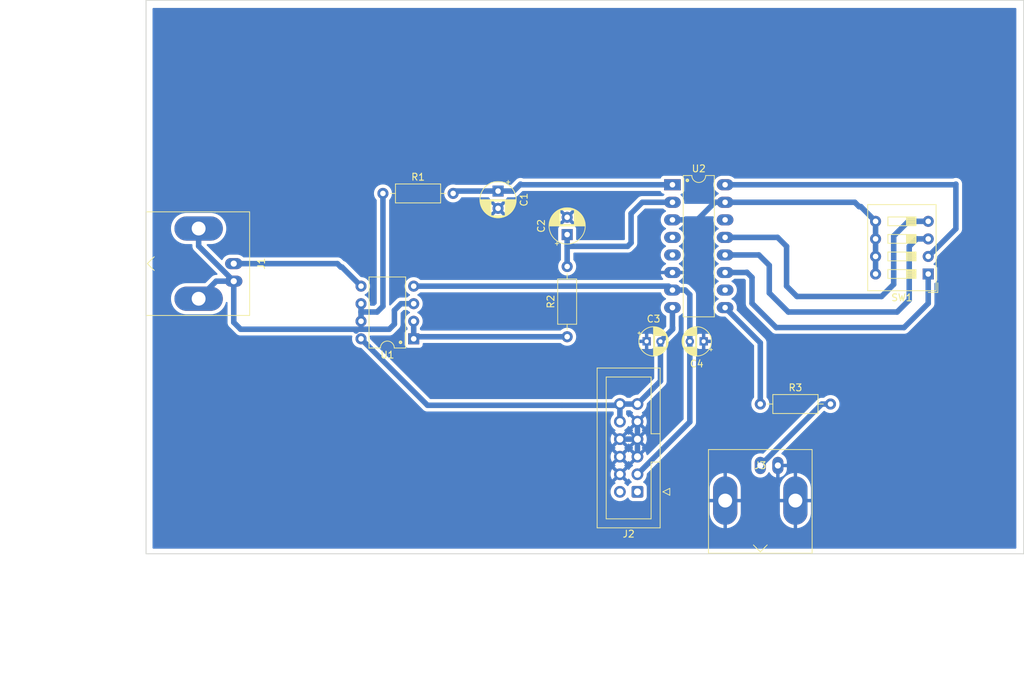
<source format=kicad_pcb>
(kicad_pcb (version 20221018) (generator pcbnew)
  (layers (0 "F.Cu" jumper) (31 "B.Cu" signal) (34 "B.Paste" user) (35 "F.Paste" user) (36 "B.SilkS" user "B.Silkscreen") (37 "F.SilkS" user "F.Silkscreen") (38 "B.Mask" user) (39 "F.Mask" user) (44 "Edge.Cuts" user))
  (net 0 "")
  (net 1 "Net-(U2--)")
  (net 2 "Earth")
  (net 3 "Net-(U2-+)")
  (net 4 "VCC")
  (net 5 "VDD")
  (net 6 "Net-(J1-In)")
  (net 7 "Net-(J1-Ext)")
  (net 8 "Net-(J3-In)")
  (net 9 "Net-(U1A--)")
  (net 10 "Net-(R3-Pad1)")
  (net 13 "Net-(U2-RG)")
  (net 14 "Net-(U2-G=500)")
  (net 15 "Net-(U2-G=100)")
  (net 16 "Net-(U2-G=10)")
  (net 17 "Net-(U2-G=200)")
  (footprint "Resistor_THT:R_Axial_DIN0207_L6.3mm_D2.5mm_P10.16mm_Horizontal" (layer "F.Cu") (at 85.09 53.34)
    (fp_text reference "R1" (at 5.08 -2.37) (layer "F.SilkS"))
    (fp_text value "R")
    (pad "1" thru_hole circle (at 0 0) (size 1.6 1.6) (drill 0.8) (layers "*.Cu" "*.Mask") (net 7 "Net-(J1-Ext)"))
    (pad "2" thru_hole oval (at 10.16 0) (size 1.6 1.6) (drill 0.8) (layers "*.Cu" "*.Mask") (net 1 "Net-(U2--)"))
  )
  (footprint "Connector_Coaxial:BNC_Amphenol_B6252HB-NPP3G-50_Horizontal" (layer "F.Cu") (at 139.7 92.71 180)
    (fp_text reference "J3" (at 0 0) (layer "F.SilkS"))
    (fp_text value "Conn_Coaxial")
    (pad "1" thru_hole oval (at 0 0 180) (size 1.6 2.5) (drill 0.89) (layers "*.Cu" "*.Mask") (net 8 "Net-(J3-In)"))
    (pad "2" thru_hole oval (at -5.08 -5.08 180) (size 3.5 7) (drill 2.01) (layers "*.Cu" "*.Mask") (net 2 "Earth"))
    (pad "2" thru_hole oval (at -2.54 0 180) (size 1.6 2.5) (drill 0.89) (layers "*.Cu" "*.Mask") (net 2 "Earth"))
    (pad "2" thru_hole oval (at 5.08 -5.08 180) (size 3.5 7) (drill 2.01) (layers "*.Cu" "*.Mask") (net 2 "Earth"))
  )
  (footprint "Connector_IDC:IDC-Header_2x06_P2.54mm_Vertical" (layer "F.Cu") (at 121.92 96.52 180)
    (fp_text reference "J2" (at 1.27 -6.1) (layer "F.SilkS"))
    (fp_text value "Conn_02x06_Counter_Clockwise" hide)
    (pad "1" thru_hole roundrect (at 0 0 180) (size 1.7 1.7) (drill 1) (layers "*.Cu" "*.Mask") (roundrect_rratio 0.1470588235) (net 5 "VDD"))
    (pad "2" thru_hole circle (at 2.54 0 180) (size 1.7 1.7) (drill 1) (layers "*.Cu" "*.Mask") (net 5 "VDD"))
    (pad "3" thru_hole circle (at 0 2.54 180) (size 1.7 1.7) (drill 1) (layers "*.Cu" "*.Mask") (net 5 "VDD"))
    (pad "4" thru_hole circle (at 2.54 2.54 180) (size 1.7 1.7) (drill 1) (layers "*.Cu" "*.Mask") (net 2 "Earth"))
    (pad "5" thru_hole circle (at 0 5.08 180) (size 1.7 1.7) (drill 1) (layers "*.Cu" "*.Mask") (net 2 "Earth"))
    (pad "6" thru_hole circle (at 2.54 5.08 180) (size 1.7 1.7) (drill 1) (layers "*.Cu" "*.Mask") (net 2 "Earth"))
    (pad "7" thru_hole circle (at 0 7.62 180) (size 1.7 1.7) (drill 1) (layers "*.Cu" "*.Mask") (net 2 "Earth"))
    (pad "8" thru_hole circle (at 2.54 7.62 180) (size 1.7 1.7) (drill 1) (layers "*.Cu" "*.Mask") (net 2 "Earth"))
    (pad "9" thru_hole circle (at 0 10.16 180) (size 1.7 1.7) (drill 1) (layers "*.Cu" "*.Mask") (net 2 "Earth"))
    (pad "10" thru_hole circle (at 2.54 10.16 180) (size 1.7 1.7) (drill 1) (layers "*.Cu" "*.Mask") (net 4 "VCC"))
    (pad "11" thru_hole circle (at 0 12.7 180) (size 1.7 1.7) (drill 1) (layers "*.Cu" "*.Mask") (net 4 "VCC"))
    (pad "12" thru_hole circle (at 2.54 12.7 180) (size 1.7 1.7) (drill 1) (layers "*.Cu" "*.Mask") (net 4 "VCC"))
  )
  (footprint "Capacitor_THT:CP_Radial_D4.0mm_P2.00mm" (layer "F.Cu") (at 123.25 74.75)
    (fp_text reference "C3" (at 1 -3.25) (layer "F.SilkS"))
    (fp_text value "C")
    (pad "1" thru_hole rect (at 0 0) (size 1.2 1.2) (drill 0.6) (layers "*.Cu" "*.Mask") (net 2 "Earth"))
    (pad "2" thru_hole circle (at 2 0) (size 1.2 1.2) (drill 0.6) (layers "*.Cu" "*.Mask") (net 4 "VCC"))
  )
  (footprint "Capacitor_THT:CP_Radial_D5.0mm_P2.50mm" (layer "F.Cu") (at 101.75 53 -90)
    (fp_text reference "C1" (at 1.25 -3.75 90) (layer "F.SilkS"))
    (fp_text value "C")
    (pad "1" thru_hole rect (at 0 0 270) (size 1.6 1.6) (drill 0.8) (layers "*.Cu" "*.Mask") (net 1 "Net-(U2--)"))
    (pad "2" thru_hole circle (at 2.5 0 270) (size 1.6 1.6) (drill 0.8) (layers "*.Cu" "*.Mask") (net 2 "Earth"))
  )
  (footprint "Resistor_THT:R_Axial_DIN0207_L6.3mm_D2.5mm_P10.16mm_Horizontal" (layer "F.Cu") (at 139.7 83.82)
    (fp_text reference "R3" (at 5.08 -2.37) (layer "F.SilkS"))
    (fp_text value "R")
    (pad "1" thru_hole circle (at 0 0) (size 1.6 1.6) (drill 0.8) (layers "*.Cu" "*.Mask") (net 10 "Net-(R3-Pad1)"))
    (pad "2" thru_hole oval (at 10.16 0) (size 1.6 1.6) (drill 0.8) (layers "*.Cu" "*.Mask") (net 8 "Net-(J3-In)"))
  )
  (footprint "Connector_Coaxial:BNC_Amphenol_B6252HB-NPP3G-50_Horizontal" (layer "F.Cu") (at 63.5 63.5 90)
    (fp_text reference "J1" (at 0 4 90) (layer "F.SilkS"))
    (fp_text value "Conn_Coaxial")
    (pad "1" thru_hole oval (at 0 0 90) (size 1.6 2.5) (drill 0.89) (layers "*.Cu" "*.Mask") (net 6 "Net-(J1-In)"))
    (pad "2" thru_hole oval (at -5.08 -5.08 90) (size 3.5 7) (drill 2.01) (layers "*.Cu" "*.Mask") (net 7 "Net-(J1-Ext)"))
    (pad "2" thru_hole oval (at -2.54 0 90) (size 1.6 2.5) (drill 0.89) (layers "*.Cu" "*.Mask") (net 7 "Net-(J1-Ext)"))
    (pad "2" thru_hole oval (at 5.08 -5.08 90) (size 3.5 7) (drill 2.01) (layers "*.Cu" "*.Mask") (net 7 "Net-(J1-Ext)"))
  )
  (footprint "Capacitor_THT:CP_Radial_D4.0mm_P2.00mm" (layer "F.Cu") (at 131.5 74.75 180)
    (fp_text reference "C4" (at 1 -3.25) (layer "F.SilkS"))
    (fp_text value "C")
    (pad "1" thru_hole rect (at 0 0 180) (size 1.2 1.2) (drill 0.6) (layers "*.Cu" "*.Mask") (net 2 "Earth"))
    (pad "2" thru_hole circle (at 2 0 180) (size 1.2 1.2) (drill 0.6) (layers "*.Cu" "*.Mask") (net 5 "VDD"))
  )
  (footprint "Package_DIP_AKL:DIP-16_W7.62mm_LongPads" (layer "F.Cu") (at 126.985 52.085)
    (fp_text reference "U2" (at 3.81 -2.33) (layer "F.SilkS"))
    (fp_text value "INA110KP" hide)
    (pad "1" thru_hole rect (at 0 0) (size 2.4 1.6) (drill 0.8) (layers "*.Cu" "*.Mask") (net 1 "Net-(U2--)"))
    (pad "2" thru_hole oval (at 0 2.54) (size 2.4 1.6) (drill 0.8) (layers "*.Cu" "*.Mask") (net 3 "Net-(U2-+)"))
    (pad "3" thru_hole oval (at 0 5.08) (size 2.4 1.6) (drill 0.8) (layers "*.Cu" "*.Mask") (net 13 "Net-(U2-RG)"))
    (pad "4" thru_hole oval (at 0 7.62) (size 2.4 1.6) (drill 0.8) (layers "*.Cu" "*.Mask"))
    (pad "5" thru_hole oval (at 0 10.16) (size 2.4 1.6) (drill 0.8) (layers "*.Cu" "*.Mask"))
    (pad "6" thru_hole oval (at 0 12.7) (size 2.4 1.6) (drill 0.8) (layers "*.Cu" "*.Mask") (net 2 "Earth"))
    (pad "7" thru_hole oval (at 0 15.24) (size 2.4 1.6) (drill 0.8) (layers "*.Cu" "*.Mask") (net 5 "VDD"))
    (pad "8" thru_hole oval (at 0 17.78) (size 2.4 1.6) (drill 0.8) (layers "*.Cu" "*.Mask") (net 4 "VCC"))
    (pad "9" thru_hole oval (at 7.62 17.78) (size 2.4 1.6) (drill 0.8) (layers "*.Cu" "*.Mask") (net 10 "Net-(R3-Pad1)"))
    (pad "10" thru_hole oval (at 7.62 15.24) (size 2.4 1.6) (drill 0.8) (layers "*.Cu" "*.Mask"))
    (pad "11" thru_hole oval (at 7.62 12.7) (size 2.4 1.6) (drill 0.8) (layers "*.Cu" "*.Mask") (net 14 "Net-(U2-G=500)"))
    (pad "12" thru_hole oval (at 7.62 10.16) (size 2.4 1.6) (drill 0.8) (layers "*.Cu" "*.Mask") (net 15 "Net-(U2-G=100)"))
    (pad "13" thru_hole oval (at 7.62 7.62) (size 2.4 1.6) (drill 0.8) (layers "*.Cu" "*.Mask") (net 16 "Net-(U2-G=10)"))
    (pad "14" thru_hole oval (at 7.62 5.08) (size 2.4 1.6) (drill 0.8) (layers "*.Cu" "*.Mask"))
    (pad "15" thru_hole oval (at 7.62 2.54) (size 2.4 1.6) (drill 0.8) (layers "*.Cu" "*.Mask") (net 13 "Net-(U2-RG)"))
    (pad "16" thru_hole oval (at 7.62 0) (size 2.4 1.6) (drill 0.8) (layers "*.Cu" "*.Mask") (net 17 "Net-(U2-G=200)"))
  )
  (footprint "Capacitor_THT:CP_Radial_D5.0mm_P2.50mm" (layer "F.Cu") (at 111.75 59.295113 90)
    (fp_text reference "C2" (at 1.25 -3.75 90) (layer "F.SilkS"))
    (fp_text value "C")
    (pad "1" thru_hole rect (at 0 0 90) (size 1.6 1.6) (drill 0.8) (layers "*.Cu" "*.Mask") (net 3 "Net-(U2-+)"))
    (pad "2" thru_hole circle (at 2.5 0 90) (size 1.6 1.6) (drill 0.8) (layers "*.Cu" "*.Mask") (net 2 "Earth"))
  )
  (footprint "Package_DIP_AKL:DIP-8_W7.62mm" (layer "F.Cu") (at 89.54 74.38 180)
    (fp_text reference "U1" (at 3.81 -2.33) (layer "F.SilkS"))
    (fp_text value "TL072" hide)
    (pad "1" thru_hole rect (at 0 0 180) (size 1.6 1.6) (drill 0.8) (layers "*.Cu" "*.Mask") (net 9 "Net-(U1A--)"))
    (pad "2" thru_hole oval (at 0 2.54 180) (size 1.6 1.6) (drill 0.8) (layers "*.Cu" "*.Mask") (net 9 "Net-(U1A--)"))
    (pad "3" thru_hole oval (at 0 5.08 180) (size 1.6 1.6) (drill 0.8) (layers "*.Cu" "*.Mask") (net 7 "Net-(J1-Ext)"))
    (pad "4" thru_hole oval (at 0 7.62 180) (size 1.6 1.6) (drill 0.8) (layers "*.Cu" "*.Mask") (net 5 "VDD"))
    (pad "5" thru_hole oval (at 7.62 7.62 180) (size 1.6 1.6) (drill 0.8) (layers "*.Cu" "*.Mask") (net 6 "Net-(J1-In)"))
    (pad "6" thru_hole oval (at 7.62 5.08 180) (size 1.6 1.6) (drill 0.8) (layers "*.Cu" "*.Mask") (net 7 "Net-(J1-Ext)"))
    (pad "7" thru_hole oval (at 7.62 2.54 180) (size 1.6 1.6) (drill 0.8) (layers "*.Cu" "*.Mask") (net 7 "Net-(J1-Ext)"))
    (pad "8" thru_hole oval (at 7.62 0 180) (size 1.6 1.6) (drill 0.8) (layers "*.Cu" "*.Mask") (net 4 "VCC"))
  )
  (footprint "Button_Switch_THT:SW_DIP_SPSTx04_Slide_9.78x12.34mm_W7.62mm_P2.54mm" (layer "F.Cu") (at 164 65 180)
    (fp_text reference "SW1" (at 3.81 -3.42) (layer "F.SilkS"))
    (fp_text value "SW_DIP_x04")
    (pad "1" thru_hole rect (at 0 0 180) (size 1.6 1.6) (drill 0.8) (layers "*.Cu" "*.Mask") (net 14 "Net-(U2-G=500)"))
    (pad "2" thru_hole oval (at 0 2.54 180) (size 1.6 1.6) (drill 0.8) (layers "*.Cu" "*.Mask") (net 17 "Net-(U2-G=200)"))
    (pad "3" thru_hole oval (at 0 5.08 180) (size 1.6 1.6) (drill 0.8) (layers "*.Cu" "*.Mask") (net 15 "Net-(U2-G=100)"))
    (pad "4" thru_hole oval (at 0 7.62 180) (size 1.6 1.6) (drill 0.8) (layers "*.Cu" "*.Mask") (net 16 "Net-(U2-G=10)"))
    (pad "5" thru_hole oval (at 7.62 7.62 180) (size 1.6 1.6) (drill 0.8) (layers "*.Cu" "*.Mask") (net 13 "Net-(U2-RG)"))
    (pad "6" thru_hole oval (at 7.62 5.08 180) (size 1.6 1.6) (drill 0.8) (layers "*.Cu" "*.Mask") (net 13 "Net-(U2-RG)"))
    (pad "7" thru_hole oval (at 7.62 2.54 180) (size 1.6 1.6) (drill 0.8) (layers "*.Cu" "*.Mask") (net 13 "Net-(U2-RG)"))
    (pad "8" thru_hole oval (at 7.62 0 180) (size 1.6 1.6) (drill 0.8) (layers "*.Cu" "*.Mask") (net 13 "Net-(U2-RG)"))
  )
  (footprint "Resistor_THT:R_Axial_DIN0207_L6.3mm_D2.5mm_P10.16mm_Horizontal" (layer "F.Cu") (at 111.75 74.08 90)
    (fp_text reference "R2" (at 5.08 -2.37 90) (layer "F.SilkS"))
    (fp_text value "R")
    (pad "1" thru_hole circle (at 0 0 90) (size 1.6 1.6) (drill 0.8) (layers "*.Cu" "*.Mask") (net 9 "Net-(U1A--)"))
    (pad "2" thru_hole oval (at 10.16 0 90) (size 1.6 1.6) (drill 0.8) (layers "*.Cu" "*.Mask") (net 3 "Net-(U2-+)"))
  )
  (gr_rect (start 50.8 25.4) (end 177.8 25.4) (stroke (width 0.1)) (fill none) (layer "Edge.Cuts"))
  (gr_rect (start 177.8 25.4) (end 177.8254 105.5) (stroke (width 0.1)) (fill none) (layer "Edge.Cuts"))
  (gr_rect (start 50.8254 105.4746) (end 177.8127 105.5) (stroke (width 0.1)) (fill none) (layer "Edge.Cuts"))
  (gr_rect (start 50.8 25.4) (end 50.8254 105.5) (stroke (width 0.1)) (fill none) (layer "Edge.Cuts"))
  (segment (start 105 52) (end 105.085 52.085) (width 0.8) (layer "B.Cu") (net 1))
  (segment (start 95.59 53) (end 95.25 53.34) (width 0.8) (layer "B.Cu") (net 1))
  (segment (start 105.085 52.085) (end 126.985 52.085) (width 0.8) (layer "B.Cu") (net 1))
  (segment (start 104 53) (end 105 52) (width 0.8) (layer "B.Cu") (net 1))
  (segment (start 101.75 53) (end 95.59 53) (width 0.8) (layer "B.Cu") (net 1))
  (segment (start 101.75 53) (end 104 53) (width 0.8) (layer "B.Cu") (net 1))
  (segment (start 121.92 86.36) (end 121.92 88.9) (width 0.8) (layer "B.Cu") (net 2))
  (segment (start 121.92 88.9) (end 119.38 88.9) (width 0.8) (layer "B.Cu") (net 2))
  (segment (start 121.92 88.9) (end 121.92 91.44) (width 0.8) (layer "B.Cu") (net 2))
  (segment (start 111.75 61) (end 111.75 59.295113) (width 0.8) (layer "B.Cu") (net 3))
  (segment (start 126.985 54.625) (end 122.625 54.625) (width 0.8) (layer "B.Cu") (net 3))
  (segment (start 111.75 63.92) (end 111.75 61) (width 0.8) (layer "B.Cu") (net 3))
  (segment (start 122.625 54.625) (end 121 56.25) (width 0.8) (layer "B.Cu") (net 3))
  (segment (start 121 60.5) (end 120.5 61) (width 0.8) (layer "B.Cu") (net 3))
  (segment (start 121 56.25) (end 121 60.5) (width 0.8) (layer "B.Cu") (net 3))
  (segment (start 120.5 61) (end 111.75 61) (width 0.8) (layer "B.Cu") (net 3))
  (segment (start 119.38 83.82) (end 119.38 86.36) (width 0.8) (layer "B.Cu") (net 4))
  (segment (start 91.54 84) (end 81.92 74.38) (width 0.8) (layer "B.Cu") (net 4))
  (segment (start 119.38 83.82) (end 121.92 83.82) (width 0.8) (layer "B.Cu") (net 4))
  (segment (start 125.25 74.75) (end 125.25 80.49) (width 0.8) (layer "B.Cu") (net 4))
  (segment (start 125.25 80.49) (end 121.92 83.82) (width 0.8) (layer "B.Cu") (net 4))
  (segment (start 126.985 69.865) (end 126.985 72.735) (width 0.8) (layer "B.Cu") (net 4))
  (segment (start 111 84) (end 91.54 84) (width 0.8) (layer "B.Cu") (net 4))
  (segment (start 127 73) (end 125.25 74.75) (width 0.8) (layer "B.Cu") (net 4))
  (segment (start 121.92 83.82) (end 121.92 83.92) (width 0.8) (layer "B.Cu") (net 4))
  (segment (start 121.92 83.92) (end 122 84) (width 0.8) (layer "B.Cu") (net 4))
  (segment (start 126.985 72.735) (end 127 72.75) (width 0.8) (layer "B.Cu") (net 4))
  (segment (start 111 84) (end 119.2 84) (width 0.8) (layer "B.Cu") (net 4))
  (segment (start 127 72.75) (end 127 73) (width 0.8) (layer "B.Cu") (net 4))
  (segment (start 119.2 84) (end 119.38 83.82) (width 0.8) (layer "B.Cu") (net 4))
  (segment (start 128.825 67.325) (end 129.5 68) (width 0.8) (layer "B.Cu") (net 5))
  (segment (start 126.42 66.76) (end 126.985 67.325) (width 0.8) (layer "B.Cu") (net 5))
  (segment (start 129.5 68) (end 129.5 74.75) (width 0.8) (layer "B.Cu") (net 5))
  (segment (start 129.5 74.75) (end 129.5 86.4) (width 0.8) (layer "B.Cu") (net 5))
  (segment (start 129.5 86.4) (end 121.92 93.98) (width 0.8) (layer "B.Cu") (net 5))
  (segment (start 126.985 67.325) (end 128.825 67.325) (width 0.8) (layer "B.Cu") (net 5))
  (segment (start 89.54 66.76) (end 126.42 66.76) (width 0.8) (layer "B.Cu") (net 5))
  (segment (start 79 64) (end 78.5 63.5) (width 0.8) (layer "B.Cu") (net 6))
  (segment (start 81.92 66.76) (end 79.16 64) (width 0.8) (layer "B.Cu") (net 6))
  (segment (start 78.5 63.5) (end 63.5 63.5) (width 0.8) (layer "B.Cu") (net 6))
  (segment (start 79.16 64) (end 79 64) (width 0.8) (layer "B.Cu") (net 6))
  (segment (start 85.09 53.34) (end 85.09 69.66) (width 0.8) (layer "B.Cu") (net 7))
  (segment (start 81.92 70.58) (end 82 70.5) (width 0.8) (layer "B.Cu") (net 7))
  (segment (start 63.5 66.04) (end 58.42 60.96) (width 0.8) (layer "B.Cu") (net 7))
  (segment (start 81.215792 73.25) (end 81.075792 73.11) (width 0.8) (layer "B.Cu") (net 7))
  (segment (start 81.92 71.84) (end 81.92 70.58) (width 0.8) (layer "B.Cu") (net 7))
  (segment (start 87.7 69.3) (end 86.75 70.25) (width 0.8) (layer "B.Cu") (net 7))
  (segment (start 63.5 72) (end 64.5 73) (width 0.8) (layer "B.Cu") (net 7))
  (segment (start 64.5 73) (end 80.965792 73) (width 0.8) (layer "B.Cu") (net 7))
  (segment (start 86.75 70.25) (end 86.75 72.25) (width 0.8) (layer "B.Cu") (net 7))
  (segment (start 85.09 69.66) (end 84.25 70.5) (width 0.8) (layer "B.Cu") (net 7))
  (segment (start 86 73) (end 80.965792 73) (width 0.8) (layer "B.Cu") (net 7))
  (segment (start 63.5 66.04) (end 63.5 72) (width 0.8) (layer "B.Cu") (net 7))
  (segment (start 82 70.5) (end 81.92 70.42) (width 0.8) (layer "B.Cu") (net 7))
  (segment (start 81.92 70.42) (end 81.92 69.3) (width 0.8) (layer "B.Cu") (net 7))
  (segment (start 60.96 66.04) (end 58.42 68.58) (width 0.8) (layer "B.Cu") (net 7))
  (segment (start 86.75 72.25) (end 86 73) (width 0.8) (layer "B.Cu") (net 7))
  (segment (start 89.54 69.3) (end 87.7 69.3) (width 0.8) (layer "B.Cu") (net 7))
  (segment (start 58.42 60.96) (end 58.42 58.42) (width 0.8) (layer "B.Cu") (net 7))
  (segment (start 63.5 66.04) (end 60.96 66.04) (width 0.8) (layer "B.Cu") (net 7))
  (segment (start 84.25 70.5) (end 82 70.5) (width 0.8) (layer "B.Cu") (net 7))
  (segment (start 139.7 92.71) (end 148.59 83.82) (width 0.8) (layer "B.Cu") (net 8))
  (segment (start 148.59 83.82) (end 149.86 83.82) (width 0.8) (layer "B.Cu") (net 8))
  (segment (start 89.54 71.84) (end 89.54 74.38) (width 0.8) (layer "B.Cu") (net 9))
  (segment (start 111.75 74.08) (end 89.84 74.08) (width 0.8) (layer "B.Cu") (net 9))
  (segment (start 89.84 74.08) (end 89.54 74.38) (width 0.8) (layer "B.Cu") (net 9))
  (segment (start 139.7 74.96) (end 134.605 69.865) (width 0.8) (layer "B.Cu") (net 10))
  (segment (start 139.7 83.82) (end 139.7 74.96) (width 0.8) (layer "B.Cu") (net 10))
  (segment (start 154.25 55.25) (end 154 55.25) (width 0.8) (layer "B.Cu") (net 13))
  (segment (start 156.38 57.38) (end 154.25 55.25) (width 0.8) (layer "B.Cu") (net 13))
  (segment (start 130.585 57.165) (end 126.985 57.165) (width 0.8) (layer "B.Cu") (net 13))
  (segment (start 156.38 62.46) (end 156.38 65) (width 0.8) (layer "B.Cu") (net 13))
  (segment (start 134.605 54.625) (end 133.125 54.625) (width 0.8) (layer "B.Cu") (net 13))
  (segment (start 154 55.25) (end 153.375 54.625) (width 0.8) (layer "B.Cu") (net 13))
  (segment (start 156.38 59.92) (end 156.38 62.46) (width 0.8) (layer "B.Cu") (net 13))
  (segment (start 153.375 54.625) (end 134.605 54.625) (width 0.8) (layer "B.Cu") (net 13))
  (segment (start 133.125 54.625) (end 130.585 57.165) (width 0.8) (layer "B.Cu") (net 13))
  (segment (start 156.38 57.38) (end 156.38 59.92) (width 0.8) (layer "B.Cu") (net 13))
  (segment (start 142 72.75) (end 138.5 69.25) (width 0.8) (layer "B.Cu") (net 14))
  (segment (start 137.75 64.75) (end 137.715 64.785) (width 0.8) (layer "B.Cu") (net 14))
  (segment (start 164 69.25) (end 160.5 72.75) (width 0.8) (layer "B.Cu") (net 14))
  (segment (start 160.5 72.75) (end 142 72.75) (width 0.8) (layer "B.Cu") (net 14))
  (segment (start 138.5 69.25) (end 138.5 65.5) (width 0.8) (layer "B.Cu") (net 14))
  (segment (start 138.5 65.5) (end 137.75 64.75) (width 0.8) (layer "B.Cu") (net 14))
  (segment (start 137.715 64.785) (end 134.605 64.785) (width 0.8) (layer "B.Cu") (net 14))
  (segment (start 164 65) (end 164 69.25) (width 0.8) (layer "B.Cu") (net 14))
  (segment (start 141 63.75) (end 139.495 62.245) (width 0.8) (layer "B.Cu") (net 15))
  (segment (start 139.495 62.245) (end 134.605 62.245) (width 0.8) (layer "B.Cu") (net 15))
  (segment (start 159.5 70.5) (end 143.75 70.5) (width 0.8) (layer "B.Cu") (net 15))
  (segment (start 161.25 61) (end 161.25 68.75) (width 0.8) (layer "B.Cu") (net 15))
  (segment (start 141 67.75) (end 141 63.75) (width 0.8) (layer "B.Cu") (net 15))
  (segment (start 161.25 68.75) (end 159.5 70.5) (width 0.8) (layer "B.Cu") (net 15))
  (segment (start 164 59.92) (end 162.33 59.92) (width 0.8) (layer "B.Cu") (net 15))
  (segment (start 143.75 70.5) (end 141 67.75) (width 0.8) (layer "B.Cu") (net 15))
  (segment (start 162.33 59.92) (end 161.25 61) (width 0.8) (layer "B.Cu") (net 15))
  (segment (start 134.605 59.705) (end 142.205 59.705) (width 0.8) (layer "B.Cu") (net 16))
  (segment (start 161.12 57.38) (end 164 57.38) (width 0.8) (layer "B.Cu") (net 16))
  (segment (start 159 66.5) (end 159 59.5) (width 0.8) (layer "B.Cu") (net 16))
  (segment (start 157.25 68.25) (end 159 66.5) (width 0.8) (layer "B.Cu") (net 16))
  (segment (start 145 68.25) (end 157.25 68.25) (width 0.8) (layer "B.Cu") (net 16))
  (segment (start 143.5 66.75) (end 145 68.25) (width 0.8) (layer "B.Cu") (net 16))
  (segment (start 159 59.5) (end 161.12 57.38) (width 0.8) (layer "B.Cu") (net 16))
  (segment (start 143.5 61) (end 143.5 66.75) (width 0.8) (layer "B.Cu") (net 16))
  (segment (start 142.205 59.705) (end 143.5 61) (width 0.8) (layer "B.Cu") (net 16))
  (segment (start 168 52) (end 167.915 52.085) (width 0.8) (layer "B.Cu") (net 17))
  (segment (start 167.915 52.085) (end 134.605 52.085) (width 0.8) (layer "B.Cu") (net 17))
  (segment (start 168 52) (end 168 58.46) (width 0.8) (layer "B.Cu") (net 17))
  (segment (start 168 58.46) (end 164 62.46) (width 0.8) (layer "B.Cu") (net 17))
  (zone (net 2) (net_name "Earth") (layer "B.Cu") (connect_pads (clearance 0.5)) (min_thickness 0.25) (fill yes (thermal_gap 0.5) (thermal_bridge_width 0.5))
    (polygon (pts (xy 51.75 26.5) (xy 176.75 26.5) (xy 176.75 104.75) (xy 51.75 104.75)))
  )
)
</source>
